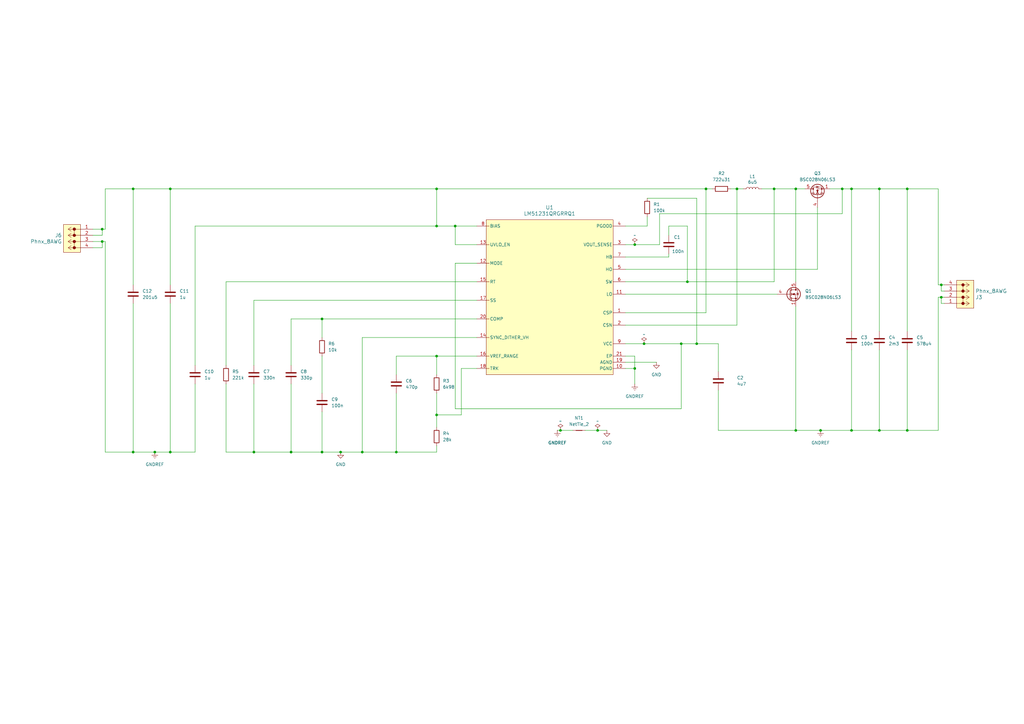
<source format=kicad_sch>
(kicad_sch (version 20231120) (generator "eeschema") (generator_version "8.0")
  (paper "A3")
  (title_block (title "Boost Converter") (rev "V1") (company "EcoCar") (comment 1 "Designed by: Nicholas semmens"))
  (lib_symbols
    (symbol "Device:C" (pin_numbers hide) (pin_names (offset 0.254))
      (property "Reference" "C" (at 0.635 2.54 0))
      (property "Value" "C" (at 0.635 -2.54 0))
      (symbol "C_0_1"
        (polyline (pts (xy -2.032 -0.762) (xy 2.032 -0.762)) (stroke (width 0.508)))
        (polyline (pts (xy -2.032 0.762) (xy 2.032 0.762)) (stroke (width 0.508)))
      )
      (symbol "C_1_1"
        (pin passive line (at 0 3.81 270) (length 2.794) (name "~") (number "1"))
        (pin passive line (at 0 -3.81 90) (length 2.794) (name "~") (number "2"))
      )
    )
    (symbol "Device:L" (pin_numbers hide) (pin_names (offset 1.016) hide)
      (property "Reference" "L" (at -1.27 0 90))
      (property "Value" "L" (at 1.905 0 90))
      (symbol "L_0_1"
        (arc (start 0 -2.54) (mid 0.6323 -1.905) (end 0 -1.27))
        (arc (start 0 -1.27) (mid 0.6323 -0.635) (end 0 0))
        (arc (start 0 0) (mid 0.6323 0.635) (end 0 1.27))
        (arc (start 0 1.27) (mid 0.6323 1.905) (end 0 2.54))
      )
      (symbol "L_1_1"
        (pin passive line (at 0 3.81 270) (length 1.27) (name "1") (number "1"))
        (pin passive line (at 0 -3.81 90) (length 1.27) (name "2") (number "2"))
      )
    )
    (symbol "Device:NetTie_2" (pin_numbers hide) (pin_names (offset 0) hide) (in_bom no)
      (property "Reference" "NT" (at 0 1.27 0))
      (property "Value" "NetTie_2" (at 0 -1.27 0))
      (symbol "NetTie_2_0_1"
        (polyline (pts (xy -1.27 0) (xy 1.27 0)) (stroke (width 0.254)))
      )
      (symbol "NetTie_2_1_1"
        (pin passive line (at -2.54 0 0) (length 2.54) (name "1") (number "1"))
        (pin passive line (at 2.54 0 180) (length 2.54) (name "2") (number "2"))
      )
    )
    (symbol "Device:R" (pin_numbers hide) (pin_names (offset 0))
      (property "Reference" "R" (at 2.032 0 90))
      (property "Value" "R" (at 0 0 90))
      (symbol "R_0_1"
        (rectangle (start -1.016 -2.54) (end 1.016 2.54) (stroke (width 0.254)))
      )
      (symbol "R_1_1"
        (pin passive line (at 0 3.81 270) (length 1.27) (name "~") (number "1"))
        (pin passive line (at 0 -3.81 90) (length 1.27) (name "~") (number "2"))
      )
    )
    (symbol "Transistor_FET:BSC028N06LS3" (pin_names hide)
      (property "Reference" "Q" (at 5.08 1.905 0))
      (property "Value" "BSC028N06LS3" (at 5.08 0 0))
      (symbol "BSC028N06LS3_0_1"
        (polyline (pts (xy 0.254 0) (xy -2.54 0)))
        (polyline (pts (xy 0.254 1.905) (xy 0.254 -1.905)) (stroke (width 0.254)))
        (polyline (pts (xy 0.762 -1.27) (xy 0.762 -2.286)) (stroke (width 0.254)))
        (polyline (pts (xy 0.762 0.508) (xy 0.762 -0.508)) (stroke (width 0.254)))
        (polyline (pts (xy 0.762 2.286) (xy 0.762 1.27)) (stroke (width 0.254)))
        (polyline (pts (xy 2.54 2.54) (xy 2.54 1.778)))
        (polyline (pts (xy 2.54 -2.54) (xy 2.54 0) (xy 0.762 0)))
        (polyline (pts (xy 0.762 -1.778) (xy 3.302 -1.778) (xy 3.302 1.778) (xy 0.762 1.778)))
        (polyline (pts (xy 1.016 0) (xy 2.032 0.381) (xy 2.032 -0.381) (xy 1.016 0)) (fill (type outline)))
        (polyline (pts (xy 2.794 0.508) (xy 2.921 0.381) (xy 3.683 0.381) (xy 3.81 0.254)))
        (polyline (pts (xy 3.302 0.381) (xy 2.921 -0.254) (xy 3.683 -0.254) (xy 3.302 0.381)))
        (circle (center 1.651 0) (radius 2.794) (stroke (width 0.254)))
        (circle (center 2.54 -1.778) (radius 0.254) (fill (type outline)))
        (circle (center 2.54 1.778) (radius 0.254) (fill (type outline)))
      )
      (symbol "BSC028N06LS3_1_1"
        (pin passive line (at 2.54 -5.08 90) (length 2.54) (name "S") (number "1"))
        (pin passive line (at 2.54 -5.08 90) (length 2.54) hide (name "S") (number "2"))
        (pin passive line (at 2.54 -5.08 90) (length 2.54) hide (name "S") (number "3"))
        (pin passive line (at -5.08 0 0) (length 2.54) (name "G") (number "4"))
        (pin passive line (at 2.54 5.08 270) (length 2.54) (name "D") (number "5"))
      )
    )
    (symbol "ecocad_lib_symbols:LM51231QRGRRQ1" (pin_names (offset 0.254))
      (property "Reference" "U" (at 5.08 6.858 0))
      (property "Value" "LM51231QRGRRQ1" (at 14.732 4.318 0))
      (symbol "LM51231QRGRRQ1_0_1"
        (pin unspecified line (at 60.96 -35.56 180) (length 5.08) (name "CSP") (number "1"))
        (pin power_in line (at 60.96 -58.42 180) (length 5.08) (name "PGND") (number "10"))
        (pin output line (at 60.96 -27.94 180) (length 5.08) (name "LO") (number "11"))
        (pin unspecified line (at 0 -15.24 0) (length 5.08) (name "MODE") (number "12"))
        (pin input line (at 0 -7.62 0) (length 5.08) (name "UVLO_EN") (number "13"))
        (pin unspecified line (at 0 -45.72 0) (length 5.08) (name "SYNC_DITHER_VH") (number "14"))
        (pin unspecified line (at 0 -22.86 0) (length 5.08) (name "RT") (number "15"))
        (pin unspecified line (at 0 -53.34 0) (length 5.08) (name "VREF_RANGE") (number "16"))
        (pin unspecified line (at 0 -30.48 0) (length 5.08) (name "SS") (number "17"))
        (pin unspecified line (at 0 -58.42 0) (length 5.08) (name "TRK") (number "18"))
        (pin power_in line (at 60.96 -55.88 180) (length 5.08) (name "AGND") (number "19"))
        (pin unspecified line (at 60.96 -40.64 180) (length 5.08) (name "CSN") (number "2"))
        (pin unspecified line (at 0 -38.1 0) (length 5.08) (name "COMP") (number "20"))
        (pin unspecified line (at 60.96 -53.34 180) (length 5.08) (name "EP") (number "21"))
        (pin power_in line (at 60.96 -7.62 180) (length 5.08) (name "VOUT_SENSE") (number "3"))
        (pin open_collector line (at 60.96 0 180) (length 5.08) (name "PGOOD") (number "4"))
        (pin output line (at 60.96 -17.78 180) (length 5.08) (name "HO") (number "5"))
        (pin unspecified line (at 60.96 -22.86 180) (length 5.08) (name "SW") (number "6"))
        (pin unspecified line (at 60.96 -12.7 180) (length 5.08) (name "HB") (number "7"))
        (pin unspecified line (at 0 0 0) (length 5.08) (name "BIAS") (number "8"))
        (pin power_in line (at 60.96 -48.26 180) (length 5.08) (name "VCC") (number "9"))
      )
      (symbol "LM51231QRGRRQ1_1_1"
        (rectangle (start 3.81 2.54) (end 55.88 -60.96) (fill (type background)))
      )
    )
    (symbol "ecocad_lib_symbols:Phnx_8AWG" (pin_names (offset 0.254))
      (property "Reference" "J3" (at 7.62 -16.51 0))
      (property "Value" "Phnx_8AWG" (at -2.032 -12.7 0))
      (symbol "Phnx_8AWG_1_1"
        (polyline (pts (xy 7.62 -5.08) (xy 7.62 -7.62)) (stroke (width 0.127)))
        (polyline (pts (xy 7.62 0) (xy 7.62 -2.54)) (stroke (width 0.127)))
        (polyline (pts (xy 10.16 -7.62) (xy 5.08 -7.62)) (stroke (width 0.127)))
        (polyline (pts (xy 10.16 -7.62) (xy 8.89 -8.4667)) (stroke (width 0.127)))
        (polyline (pts (xy 10.16 -7.62) (xy 8.89 -6.7733)) (stroke (width 0.127)))
        (polyline (pts (xy 10.16 -5.08) (xy 5.08 -5.08)) (stroke (width 0.127)))
        (polyline (pts (xy 10.16 -5.08) (xy 8.89 -5.9267)) (stroke (width 0.127)))
        (polyline (pts (xy 10.16 -5.08) (xy 8.89 -4.2333)) (stroke (width 0.127)))
        (polyline (pts (xy 10.16 -2.54) (xy 5.08 -2.54)) (stroke (width 0.127)))
        (polyline (pts (xy 10.16 -2.54) (xy 8.89 -3.3867)) (stroke (width 0.127)))
        (polyline (pts (xy 10.16 -2.54) (xy 8.89 -1.6933)) (stroke (width 0.127)))
        (polyline (pts (xy 10.16 0) (xy 5.08 0)) (stroke (width 0.127)))
        (polyline (pts (xy 10.16 0) (xy 8.89 -0.8467)) (stroke (width 0.127)))
        (polyline (pts (xy 10.16 0) (xy 8.89 0.8467)) (stroke (width 0.127)))
        (rectangle (start 5.08 1.905) (end 12.065 -9.525) (fill (type background)))
        (circle (center 7.62 -7.62) (radius 0.127) (stroke (width 0.508)))
        (circle (center 7.62 -5.08) (radius 0.127) (stroke (width 0.508)))
        (circle (center 7.62 -2.54) (radius 0.127) (stroke (width 0.508)))
        (circle (center 7.62 0) (radius 0.127) (stroke (width 0.508)))
        (pin unspecified line (at 0 0 0) (length 5.08) (name "") (number "1"))
        (pin unspecified line (at 0 -2.54 0) (length 5.08) (name "") (number "2"))
        (pin unspecified line (at 0 -5.08 0) (length 5.08) (name "") (number "3"))
        (pin unspecified line (at 0 -7.62 0) (length 5.08) (name "") (number "4"))
      )
      (symbol "Phnx_8AWG_1_2"
        (polyline (pts (xy 5.08 -10.16) (xy 12.7 -10.16)) (stroke (width 0.127)))
        (polyline (pts (xy 5.08 2.54) (xy 5.08 -10.16)) (stroke (width 0.127)))
        (polyline (pts (xy 6.35 -5.08) (xy 6.35 -7.62)) (stroke (width 0.127)))
        (polyline (pts (xy 6.35 0) (xy 6.35 -2.54)) (stroke (width 0.127)))
        (polyline (pts (xy 7.62 -7.62) (xy 5.08 -7.62)) (stroke (width 0.127)))
        (polyline (pts (xy 7.62 -7.62) (xy 8.89 -8.4667)) (stroke (width 0.127)))
        (polyline (pts (xy 7.62 -7.62) (xy 8.89 -6.7733)) (stroke (width 0.127)))
        (polyline (pts (xy 7.62 -5.08) (xy 5.08 -5.08)) (stroke (width 0.127)))
        (polyline (pts (xy 7.62 -5.08) (xy 8.89 -5.9267)) (stroke (width 0.127)))
        (polyline (pts (xy 7.62 -5.08) (xy 8.89 -4.2333)) (stroke (width 0.127)))
        (polyline (pts (xy 7.62 -2.54) (xy 5.08 -2.54)) (stroke (width 0.127)))
        (polyline (pts (xy 7.62 -2.54) (xy 8.89 -3.3867)) (stroke (width 0.127)))
        (polyline (pts (xy 7.62 -2.54) (xy 8.89 -1.6933)) (stroke (width 0.127)))
        (polyline (pts (xy 7.62 0) (xy 5.08 0)) (stroke (width 0.127)))
        (polyline (pts (xy 7.62 0) (xy 8.89 -0.8467)) (stroke (width 0.127)))
        (polyline (pts (xy 7.62 0) (xy 8.89 0.8467)) (stroke (width 0.127)))
        (polyline (pts (xy 12.7 -10.16) (xy 12.7 2.54)) (stroke (width 0.127)))
        (polyline (pts (xy 12.7 2.54) (xy 5.08 2.54)) (stroke (width 0.127)))
        (circle (center 6.35 -7.62) (radius 0.127) (stroke (width 0.508)))
        (circle (center 6.35 -5.08) (radius 0.127) (stroke (width 0.508)))
        (circle (center 6.35 -2.54) (radius 0.127) (stroke (width 0.508)))
        (circle (center 6.35 0) (radius 0.127) (stroke (width 0.508)))
        (pin unspecified line (at 0 0 0) (length 5.08) (name "1") (number "1"))
        (pin unspecified line (at 0 -2.54 0) (length 5.08) (name "2") (number "2"))
        (pin unspecified line (at 0 -5.08 0) (length 5.08) (name "3") (number "3"))
        (pin unspecified line (at 0 -7.62 0) (length 5.08) (name "4") (number "4"))
      )
    )
    (symbol "power:GND" (power) (pin_numbers hide) (pin_names (offset 0) hide)
      (property "Value" "GND" (at 0 -3.81 0))
      (symbol "GND_0_1"
        (polyline (pts (xy 0 0) (xy 0 -1.27) (xy 1.27 -1.27) (xy 0 -2.54) (xy -1.27 -1.27) (xy 0 -1.27)))
      )
      (symbol "GND_1_1"
        (pin power_in line (at 0 0 270) (length 0) (name "~") (number "1"))
      )
    )
    (symbol "power:GNDREF" (power) (pin_numbers hide) (pin_names (offset 0) hide)
      (property "Value" "GNDREF" (at 0 -3.81 0))
      (symbol "GNDREF_0_1"
        (polyline (pts (xy -0.635 -1.905) (xy 0.635 -1.905)))
        (polyline (pts (xy -0.127 -2.54) (xy 0.127 -2.54)))
        (polyline (pts (xy 0 -1.27) (xy 0 0)))
        (polyline (pts (xy 1.27 -1.27) (xy -1.27 -1.27)))
      )
      (symbol "GNDREF_1_1"
        (pin power_in line (at 0 0 270) (length 0) (name "~") (number "1"))
      )
    )
    (symbol "power:PWR_FLAG" (power) (pin_numbers hide) (pin_names (offset 0) hide)
      (property "Value" "PWR_FLAG" (at 0 3.81 0))
      (symbol "PWR_FLAG_0_0"
        (pin power_out line (at 0 0 90) (length 0) (name "~") (number "1"))
      )
      (symbol "PWR_FLAG_0_1"
        (polyline (pts (xy 0 0) (xy 0 1.27) (xy -1.016 1.905) (xy 0 2.54) (xy 1.016 1.905) (xy 0 1.27)))
      )
    )
  )
  (junction (at 245.11 176.53))
  (junction (at 119.38 185.42))
  (junction (at 41.91 93.98))
  (junction (at 179.07 170.18))
  (junction (at 148.59 185.42))
  (junction (at 349.25 176.53))
  (junction (at 179.07 77.47))
  (junction (at 264.16 140.97))
  (junction (at 260.35 100.33))
  (junction (at 285.75 140.97))
  (junction (at 326.39 77.47))
  (junction (at 386.08 116.84))
  (junction (at 360.68 176.53))
  (junction (at 302.26 77.47))
  (junction (at 41.91 99.06))
  (junction (at 69.85 185.42))
  (junction (at 372.11 77.47))
  (junction (at 360.68 77.47))
  (junction (at 281.94 115.57))
  (junction (at 289.56 77.47))
  (junction (at 349.25 77.47))
  (junction (at 345.44 77.47))
  (junction (at 372.11 176.53))
  (junction (at 326.39 176.53))
  (junction (at 132.08 130.81))
  (junction (at 179.07 146.05))
  (junction (at 132.08 185.42))
  (junction (at 186.69 92.71))
  (junction (at 260.35 151.13))
  (junction (at 54.61 77.47))
  (junction (at 54.61 185.42))
  (junction (at 279.4 140.97))
  (junction (at 104.14 185.42))
  (junction (at 386.08 121.92))
  (junction (at 179.07 92.71))
  (junction (at 63.5 185.42))
  (junction (at 162.56 185.42))
  (junction (at 317.5 77.47))
  (junction (at 229.87 176.53))
  (junction (at 336.55 176.53))
  (junction (at 139.7 185.42))
  (junction (at 69.85 77.47))
  (wire (pts (xy 179.07 161.29) (xy 179.07 170.18)))
  (wire (pts (xy 80.01 149.86) (xy 80.01 92.71)))
  (wire (pts (xy 281.94 92.71) (xy 281.94 115.57)))
  (wire (pts (xy 260.35 146.05) (xy 260.35 151.13)))
  (wire (pts (xy 186.69 100.33) (xy 186.69 92.71)))
  (wire (pts (xy 274.32 105.41) (xy 274.32 104.14)))
  (wire (pts (xy 372.11 176.53) (xy 360.68 176.53)))
  (wire (pts (xy 119.38 157.48) (xy 119.38 185.42)))
  (wire (pts (xy 41.91 99.06) (xy 43.18 99.06)))
  (wire (pts (xy 302.26 77.47) (xy 304.8 77.47)))
  (wire (pts (xy 335.28 110.49) (xy 256.54 110.49)))
  (wire (pts (xy 386.08 124.46) (xy 386.08 121.92)))
  (wire (pts (xy 265.43 81.28) (xy 285.75 81.28)))
  (wire (pts (xy 326.39 176.53) (xy 336.55 176.53)))
  (wire (pts (xy 162.56 153.67) (xy 162.56 146.05)))
  (wire (pts (xy 179.07 153.67) (xy 179.07 146.05)))
  (wire (pts (xy 349.25 176.53) (xy 336.55 176.53)))
  (wire (pts (xy 69.85 124.46) (xy 69.85 185.42)))
  (wire (pts (xy 179.07 77.47) (xy 289.56 77.47)))
  (wire (pts (xy 54.61 77.47) (xy 69.85 77.47)))
  (wire (pts (xy 264.16 140.97) (xy 279.4 140.97)))
  (wire (pts (xy 384.81 77.47) (xy 384.81 116.84)))
  (wire (pts (xy 387.35 124.46) (xy 386.08 124.46)))
  (wire (pts (xy 260.35 151.13) (xy 260.35 157.48)))
  (wire (pts (xy 256.54 148.59) (xy 269.24 148.59)))
  (wire (pts (xy 256.54 92.71) (xy 265.43 92.71)))
  (wire (pts (xy 340.36 77.47) (xy 345.44 77.47)))
  (wire (pts (xy 54.61 124.46) (xy 54.61 185.42)))
  (wire (pts (xy 260.35 100.33) (xy 270.51 100.33)))
  (wire (pts (xy 43.18 93.98) (xy 43.18 77.47)))
  (wire (pts (xy 387.35 121.92) (xy 386.08 121.92)))
  (wire (pts (xy 256.54 151.13) (xy 260.35 151.13)))
  (wire (pts (xy 279.4 167.64) (xy 279.4 140.97)))
  (wire (pts (xy 41.91 99.06) (xy 41.91 101.6)))
  (wire (pts (xy 38.1 99.06) (xy 41.91 99.06)))
  (wire (pts (xy 326.39 77.47) (xy 330.2 77.47)))
  (wire (pts (xy 256.54 133.35) (xy 302.26 133.35)))
  (wire (pts (xy 43.18 99.06) (xy 43.18 185.42)))
  (wire (pts (xy 162.56 185.42) (xy 179.07 185.42)))
  (wire (pts (xy 386.08 119.38) (xy 386.08 116.84)))
  (wire (pts (xy 139.7 185.42) (xy 148.59 185.42)))
  (wire (pts (xy 69.85 116.84) (xy 69.85 77.47)))
  (wire (pts (xy 104.14 157.48) (xy 104.14 185.42)))
  (wire (pts (xy 289.56 128.27) (xy 256.54 128.27)))
  (wire (pts (xy 256.54 105.41) (xy 274.32 105.41)))
  (wire (pts (xy 294.64 176.53) (xy 294.64 160.02)))
  (wire (pts (xy 245.11 176.53) (xy 248.92 176.53)))
  (wire (pts (xy 186.69 167.64) (xy 279.4 167.64)))
  (wire (pts (xy 285.75 140.97) (xy 294.64 140.97)))
  (wire (pts (xy 119.38 185.42) (xy 132.08 185.42)))
  (wire (pts (xy 162.56 146.05) (xy 179.07 146.05)))
  (wire (pts (xy 281.94 115.57) (xy 317.5 115.57)))
  (wire (pts (xy 285.75 81.28) (xy 285.75 140.97)))
  (wire (pts (xy 104.14 149.86) (xy 104.14 123.19)))
  (wire (pts (xy 162.56 161.29) (xy 162.56 185.42)))
  (wire (pts (xy 372.11 77.47) (xy 372.11 135.89)))
  (wire (pts (xy 63.5 185.42) (xy 69.85 185.42)))
  (wire (pts (xy 384.81 121.92) (xy 384.81 176.53)))
  (wire (pts (xy 92.71 149.86) (xy 92.71 115.57)))
  (wire (pts (xy 228.6 176.53) (xy 229.87 176.53)))
  (wire (pts (xy 179.07 77.47) (xy 179.07 92.71)))
  (wire (pts (xy 132.08 146.05) (xy 132.08 161.29)))
  (wire (pts (xy 38.1 93.98) (xy 41.91 93.98)))
  (wire (pts (xy 360.68 176.53) (xy 349.25 176.53)))
  (wire (pts (xy 132.08 130.81) (xy 195.58 130.81)))
  (wire (pts (xy 92.71 115.57) (xy 195.58 115.57)))
  (wire (pts (xy 294.64 176.53) (xy 326.39 176.53)))
  (wire (pts (xy 119.38 130.81) (xy 132.08 130.81)))
  (wire (pts (xy 256.54 120.65) (xy 318.77 120.65)))
  (wire (pts (xy 43.18 185.42) (xy 54.61 185.42)))
  (wire (pts (xy 38.1 96.52) (xy 41.91 96.52)))
  (wire (pts (xy 360.68 77.47) (xy 360.68 135.89)))
  (wire (pts (xy 265.43 92.71) (xy 265.43 88.9)))
  (wire (pts (xy 179.07 185.42) (xy 179.07 182.88)))
  (wire (pts (xy 43.18 77.47) (xy 54.61 77.47)))
  (wire (pts (xy 274.32 92.71) (xy 281.94 92.71)))
  (wire (pts (xy 335.28 85.09) (xy 335.28 110.49)))
  (wire (pts (xy 189.23 151.13) (xy 189.23 170.18)))
  (wire (pts (xy 349.25 77.47) (xy 360.68 77.47)))
  (wire (pts (xy 372.11 176.53) (xy 384.81 176.53)))
  (wire (pts (xy 349.25 77.47) (xy 349.25 135.89)))
  (wire (pts (xy 189.23 170.18) (xy 179.07 170.18)))
  (wire (pts (xy 289.56 77.47) (xy 289.56 128.27)))
  (wire (pts (xy 69.85 185.42) (xy 80.01 185.42)))
  (wire (pts (xy 240.03 176.53) (xy 245.11 176.53)))
  (wire (pts (xy 360.68 143.51) (xy 360.68 176.53)))
  (wire (pts (xy 195.58 138.43) (xy 148.59 138.43)))
  (wire (pts (xy 387.35 119.38) (xy 386.08 119.38)))
  (wire (pts (xy 54.61 116.84) (xy 54.61 77.47)))
  (wire (pts (xy 179.07 146.05) (xy 195.58 146.05)))
  (wire (pts (xy 372.11 77.47) (xy 384.81 77.47)))
  (wire (pts (xy 80.01 157.48) (xy 80.01 185.42)))
  (wire (pts (xy 104.14 123.19) (xy 195.58 123.19)))
  (wire (pts (xy 256.54 100.33) (xy 260.35 100.33)))
  (wire (pts (xy 119.38 149.86) (xy 119.38 130.81)))
  (wire (pts (xy 186.69 107.95) (xy 186.69 167.64)))
  (wire (pts (xy 54.61 185.42) (xy 63.5 185.42)))
  (wire (pts (xy 256.54 146.05) (xy 260.35 146.05)))
  (wire (pts (xy 279.4 140.97) (xy 285.75 140.97)))
  (wire (pts (xy 270.51 87.63) (xy 345.44 87.63)))
  (wire (pts (xy 317.5 77.47) (xy 317.5 115.57)))
  (wire (pts (xy 229.87 176.53) (xy 234.95 176.53)))
  (wire (pts (xy 256.54 140.97) (xy 264.16 140.97)))
  (wire (pts (xy 345.44 87.63) (xy 345.44 77.47)))
  (wire (pts (xy 256.54 115.57) (xy 281.94 115.57)))
  (wire (pts (xy 302.26 133.35) (xy 302.26 77.47)))
  (wire (pts (xy 92.71 185.42) (xy 104.14 185.42)))
  (wire (pts (xy 186.69 92.71) (xy 195.58 92.71)))
  (wire (pts (xy 326.39 125.73) (xy 326.39 176.53)))
  (wire (pts (xy 292.1 77.47) (xy 289.56 77.47)))
  (wire (pts (xy 274.32 96.52) (xy 274.32 92.71)))
  (wire (pts (xy 317.5 77.47) (xy 326.39 77.47)))
  (wire (pts (xy 132.08 130.81) (xy 132.08 138.43)))
  (wire (pts (xy 179.07 170.18) (xy 179.07 175.26)))
  (wire (pts (xy 148.59 138.43) (xy 148.59 185.42)))
  (wire (pts (xy 148.59 185.42) (xy 162.56 185.42)))
  (wire (pts (xy 38.1 101.6) (xy 41.91 101.6)))
  (wire (pts (xy 360.68 77.47) (xy 372.11 77.47)))
  (wire (pts (xy 132.08 185.42) (xy 139.7 185.42)))
  (wire (pts (xy 372.11 143.51) (xy 372.11 176.53)))
  (wire (pts (xy 195.58 107.95) (xy 186.69 107.95)))
  (wire (pts (xy 386.08 116.84) (xy 387.35 116.84)))
  (wire (pts (xy 195.58 100.33) (xy 186.69 100.33)))
  (wire (pts (xy 384.81 116.84) (xy 386.08 116.84)))
  (wire (pts (xy 132.08 168.91) (xy 132.08 185.42)))
  (wire (pts (xy 195.58 151.13) (xy 189.23 151.13)))
  (wire (pts (xy 326.39 77.47) (xy 326.39 115.57)))
  (wire (pts (xy 299.72 77.47) (xy 302.26 77.47)))
  (wire (pts (xy 345.44 77.47) (xy 349.25 77.47)))
  (wire (pts (xy 179.07 92.71) (xy 186.69 92.71)))
  (wire (pts (xy 386.08 121.92) (xy 384.81 121.92)))
  (wire (pts (xy 349.25 143.51) (xy 349.25 176.53)))
  (wire (pts (xy 312.42 77.47) (xy 317.5 77.47)))
  (wire (pts (xy 41.91 93.98) (xy 43.18 93.98)))
  (wire (pts (xy 69.85 77.47) (xy 179.07 77.47)))
  (wire (pts (xy 294.64 140.97) (xy 294.64 152.4)))
  (wire (pts (xy 92.71 157.48) (xy 92.71 185.42)))
  (wire (pts (xy 104.14 185.42) (xy 119.38 185.42)))
  (wire (pts (xy 80.01 92.71) (xy 179.07 92.71)))
  (wire (pts (xy 41.91 96.52) (xy 41.91 93.98)))
  (wire (pts (xy 270.51 100.33) (xy 270.51 87.63)))
  (symbol (lib_id "Device:C") (at 69.85 120.65 0) (unit 1)
    (property "Reference" "C11" (at 73.66 119.3799 0) (effects (justify left)))
    (property "Value" "1u" (at 73.66 121.9199 0) (effects (justify left)))
    (property "Footprint" "Capacitor_SMD:C_0402_1005Metric" (effects (hide yes)))
    (property "Description" "Unpolarized capacitor" (effects (hide yes)))
    (property "DK Part #" "490-GRM155R61H105KE05DTR-ND" (effects (hide yes)))
  )
  (symbol (lib_id "power:GND") (at 269.24 148.59 0) (unit 1)
    (property "Reference" "#PWR02" (effects (hide yes)))
    (property "Value" "GND" (at 269.24 153.67 0))
    (property "Description" "Power symbol creates a global label with name \"GND\" , ground" (effects (hide yes)))
  )
  (symbol (lib_id "ecocad_lib_symbols:Phnx_8AWG") (at 387.35 124.46 0) (mirror x) (unit 1)
    (property "Reference" "J3" (at 400.05 121.9201 0) (effects (font (size 1.524 1.524)) (justify left)))
    (property "Value" "Phnx_8AWG" (at 400.05 119.3801 0) (effects (font (size 1.524 1.524)) (justify left)))
    (property "Footprint" "ecocad_lib_footprints:CONN_VP0265x4xxxxG_AMP" (effects (hide yes)))
    (property "Datasheet" "https://mm.digikey.com/Volume0/opasdata/d220001/medias/docus/3772/8VP0003.pdf" (effects (hide yes)))
    (property "Part#" "VP0265540000G-ND" (effects (hide yes)))
  )
  (symbol (lib_id "Transistor_FET:BSC028N06LS3") (at 335.28 80.01 90) (unit 1)
    (property "Reference" "Q3" (at 335.28 71.12 90))
    (property "Value" "BSC028N06LS3" (at 335.28 73.66 90))
    (property "Footprint" "Package_TO_SOT_SMD:TDSON-8-1" (effects (hide yes)))
    (property "Datasheet" "http://www.infineon.com/dgdl/Infineon-BSC028N06LS3-DS-v02_02-en.pdf?fileId=db3a30431ddc9372011ebafa4c607f8c" (effects (hide yes)))
    (property "Description" "100A Id, 60V Vds, OptiMOS N-Channel Power MOSFET, 2.8mOhm Ron, Qg (typ) 31.0nC, PG-TDSON-8" (effects (hide yes)))
  )
  (symbol (lib_id "Device:R") (at 179.07 179.07 0) (unit 1)
    (property "Reference" "R4" (at 181.61 177.7999 0) (effects (justify left)))
    (property "Value" "28k" (at 181.61 180.3399 0) (effects (justify left)))
    (property "Footprint" "Resistor_SMD:R_0402_1005Metric" (effects (hide yes)))
    (property "Description" "Resistor" (effects (hide yes)))
    (property "DK Part #" "541-28.0KLTR-ND" (effects (hide yes)))
  )
  (symbol (lib_id "Device:C") (at 119.38 153.67 0) (unit 1)
    (property "Reference" "C8" (at 123.19 152.3999 0) (effects (justify left)))
    (property "Value" "330p" (at 123.19 154.9399 0) (effects (justify left)))
    (property "Footprint" "Capacitor_SMD:C_0805_2012Metric" (effects (hide yes)))
    (property "Datasheet" "https://connect.kemet.com:7667/gateway/IntelliData-ComponentDocumentation/1.0/download/datasheet/C0805C331J5GACTU" (effects (hide yes)))
    (property "Description" "Unpolarized capacitor" (effects (hide yes)))
    (property "DK Part #" "399-C0805C331J5GAC7800TR-ND" (effects (hide yes)))
  )
  (symbol (lib_id "Device:R") (at 295.91 77.47 90) (unit 1)
    (property "Reference" "R2" (at 295.91 71.12 90))
    (property "Value" "722u31" (at 295.91 73.66 90))
    (property "Footprint" "ecocad_lib_footprints:CSS2H3920RL700F" (effects (hide yes)))
    (property "Description" "Resistor" (effects (hide yes)))
    (property "DK Part #" "CSS2H-3920R-L700F" (effects (hide yes)))
  )
  (symbol (lib_id "Device:C") (at 360.68 139.7 0) (unit 1)
    (property "Reference" "C4" (at 364.49 138.4299 0) (effects (justify left)))
    (property "Value" "2m3" (at 364.49 140.9699 0) (effects (justify left)))
    (property "Footprint" "Capacitor_THT:CP_Radial_D18.0mm_P7.50mm" (effects (hide yes)))
    (property "Description" "Unpolarized capacitor" (effects (hide yes)))
    (property "DK Part #" "493-12411-ND" (effects (hide yes)))
  )
  (symbol (lib_id "Device:L") (at 308.61 77.47 90) (unit 1)
    (property "Reference" "L1" (at 308.61 72.39 90))
    (property "Value" "6u5" (at 308.61 74.676 90))
    (property "Footprint" "ecocad_lib_footprints:L_Bourns_SRR1208_12.7x12.7mm" (effects (hide yes)))
    (property "Datasheet" "https://www.bourns.com/docs/Product-Datasheets/SRR1208.pdf" (effects (hide yes)))
    (property "Description" "Inductor" (effects (hide yes)))
    (property "DK Part #" "SRR1208-6R5MLTR-ND" (effects (hide yes)))
  )
  (symbol (lib_id "Device:C") (at 372.11 139.7 0) (unit 1)
    (property "Reference" "C5" (at 375.92 138.4299 0) (effects (justify left)))
    (property "Value" "578u4" (at 375.92 140.9699 0) (effects (justify left)))
    (property "Footprint" "ecocad_lib_footprints:CAPPRD500W85D1250H3700" (effects (hide yes)))
    (property "Description" "Unpolarized capacitor" (effects (hide yes)))
    (property "DK Part #" "PCE5218-ND" (effects (hide yes)))
  )
  (symbol (lib_id "power:GNDREF") (at 336.55 176.53 0) (unit 1)
    (property "Reference" "#PWR03" (effects (hide yes)))
    (property "Value" "GNDREF" (at 336.55 181.61 0))
    (property "Description" "Power symbol creates a global label with name \"GNDREF\" , reference supply ground" (effects (hide yes)))
  )
  (symbol (lib_id "Device:C") (at 274.32 100.33 0) (unit 1)
    (property "Reference" "C1" (at 276.352 97.282 0) (effects (justify left)))
    (property "Value" "100n" (at 275.59 103.124 0) (effects (justify left)))
    (property "Footprint" "Capacitor_SMD:C_0402_1005Metric" (effects (hide yes)))
    (property "Datasheet" "https://search.murata.co.jp/Ceramy/image/img/A01X/G101/ENG/GRM155R71A104KA01-01.pdf" (effects (hide yes)))
    (property "Description" "Unpolarized capacitor" (effects (hide yes)))
    (property "DK Part #" "490-6321-2-ND" (effects (hide yes)))
  )
  (symbol (lib_id "power:PWR_FLAG") (at 260.35 100.33 0) (unit 1)
    (property "Reference" "#FLG04" (effects (hide yes)))
    (property "Value" "~" (at 260.35 96.52 0))
    (property "Description" "Special symbol for telling ERC where power comes from" (effects (hide yes)))
  )
  (symbol (lib_id "ecocad_lib_symbols:LM51231QRGRRQ1") (at 195.58 92.71 0) (unit 1)
    (property "Reference" "U1" (at 225.425 85.09 0) (effects (font (size 1.524 1.524))))
    (property "Value" "LM51231QRGRRQ1" (at 225.425 87.63 0) (effects (font (size 1.524 1.524))))
    (property "Footprint" "ecocad_lib_footprints:RGR0020C-MFG" (effects (hide yes)))
    (property "Datasheet" "LM51231QRGRRQ1" (effects (hide yes)))
  )
  (symbol (lib_id "ecocad_lib_symbols:Phnx_8AWG") (at 38.1 93.98 0) (mirror y) (unit 1)
    (property "Reference" "J6" (at 25.4 96.5199 0) (effects (font (size 1.524 1.524)) (justify left)))
    (property "Value" "Phnx_8AWG" (at 25.4 99.0599 0) (effects (font (size 1.524 1.524)) (justify left)))
    (property "Footprint" "ecocad_lib_footprints:CONN_VP0265x4xxxxG_AMP" (effects (hide yes)))
    (property "Datasheet" "https://mm.digikey.com/Volume0/opasdata/d220001/medias/docus/3772/8VP0003.pdf" (effects (hide yes)))
    (property "Part#" "VP0265540000G-ND" (effects (hide yes)))
  )
  (symbol (lib_id "power:PWR_FLAG") (at 229.87 176.53 0) (unit 1)
    (property "Reference" "#FLG01" (effects (hide yes)))
    (property "Value" "~" (at 229.87 172.72 0))
    (property "Description" "Special symbol for telling ERC where power comes from" (effects (hide yes)))
  )
  (symbol (lib_id "Device:C") (at 132.08 165.1 0) (unit 1)
    (property "Reference" "C9" (at 135.89 163.8299 0) (effects (justify left)))
    (property "Value" "100n" (at 135.89 166.3699 0) (effects (justify left)))
    (property "Footprint" "Capacitor_SMD:C_0402_1005Metric" (effects (hide yes)))
    (property "Datasheet" "https://search.murata.co.jp/Ceramy/image/img/A01X/G101/ENG/GRM155R70J104KA01-01.pdf" (effects (hide yes)))
    (property "Description" "Unpolarized capacitor" (effects (hide yes)))
    (property "DK Part #" "490-6319-2-ND" (effects (hide yes)))
  )
  (symbol (lib_id "Device:R") (at 132.08 142.24 0) (unit 1)
    (property "Reference" "R6" (at 134.62 140.9699 0) (effects (justify left)))
    (property "Value" "10k" (at 134.62 143.5099 0) (effects (justify left)))
    (property "Footprint" "Resistor_SMD:R_0201_0603Metric" (effects (hide yes)))
    (property "Description" "Resistor" (effects (hide yes)))
    (property "DK Part #" "311-10.0KMTR-ND" (effects (hide yes)))
  )
  (symbol (lib_id "power:GND") (at 139.7 185.42 0) (unit 1)
    (property "Reference" "#PWR06" (effects (hide yes)))
    (property "Value" "GND" (at 139.7 190.5 0))
    (property "Description" "Power symbol creates a global label with name \"GND\" , ground" (effects (hide yes)))
  )
  (symbol (lib_id "power:GNDREF") (at 228.6 176.53 0) (unit 1)
    (property "Reference" "#PWR04" (effects (hide yes)))
    (property "Value" "GNDREF" (at 228.6 181.61 0))
    (property "Description" "Power symbol creates a global label with name \"GNDREF\" , reference supply ground" (effects (hide yes)))
  )
  (symbol (lib_id "Device:C") (at 162.56 157.48 0) (unit 1)
    (property "Reference" "C6" (at 166.37 156.2099 0) (effects (justify left)))
    (property "Value" "470p" (at 166.37 158.7499 0) (effects (justify left)))
    (property "Footprint" "Capacitor_SMD:C_0402_1005Metric" (effects (hide yes)))
    (property "Datasheet" "https://search.murata.co.jp/Ceramy/image/img/A01X/G101/ENG/GRM1555C1E471JA01-01.pdf" (effects (hide yes)))
    (property "Description" "Unpolarized capacitor" (effects (hide yes)))
    (property "DK Part #" "490-6180-2-ND" (effects (hide yes)))
  )
  (symbol (lib_id "power:GND") (at 248.92 176.53 0) (unit 1)
    (property "Reference" "#PWR05" (effects (hide yes)))
    (property "Value" "GND" (at 248.92 181.61 0))
    (property "Description" "Power symbol creates a global label with name \"GND\" , ground" (effects (hide yes)))
  )
  (symbol (lib_id "Device:R") (at 179.07 157.48 0) (unit 1)
    (property "Reference" "R3" (at 181.61 156.2099 0) (effects (justify left)))
    (property "Value" "6k98" (at 181.61 158.7499 0) (effects (justify left)))
    (property "Footprint" "Resistor_SMD:R_0402_1005Metric" (effects (hide yes)))
    (property "Description" "Resistor" (effects (hide yes)))
    (property "DK Part #" "541-6.98KLTR-ND" (effects (hide yes)))
  )
  (symbol (lib_id "power:PWR_FLAG") (at 264.16 140.97 0) (unit 1)
    (property "Reference" "#FLG03" (effects (hide yes)))
    (property "Value" "~" (at 264.16 137.16 0))
    (property "Description" "Special symbol for telling ERC where power comes from" (effects (hide yes)))
  )
  (symbol (lib_id "Device:C") (at 54.61 120.65 0) (unit 1)
    (property "Reference" "C12" (at 58.42 119.3799 0) (effects (justify left)))
    (property "Value" "201u5" (at 58.42 121.9199 0) (effects (justify left)))
    (property "Footprint" "ecocad_lib_footprints:CAP_EEE1HA221P" (effects (hide yes)))
    (property "Datasheet" "https://mm.digikey.com/Volume0/opasdata/d220001/medias/docus/2172/S_Series%2CType_V_Rev2018.pdf" (effects (hide yes)))
    (property "Description" "Unpolarized capacitor" (effects (hide yes)))
    (property "DK Part #" "PCE3921TR-ND" (effects (hide yes)))
  )
  (symbol (lib_id "power:PWR_FLAG") (at 245.11 176.53 0) (unit 1)
    (property "Reference" "#FLG02" (effects (hide yes)))
    (property "Value" "~" (at 245.11 172.72 0))
    (property "Description" "Special symbol for telling ERC where power comes from" (effects (hide yes)))
  )
  (symbol (lib_id "Device:C") (at 80.01 153.67 0) (unit 1)
    (property "Reference" "C10" (at 83.82 152.3999 0) (effects (justify left)))
    (property "Value" "1u" (at 83.82 154.9399 0) (effects (justify left)))
    (property "Footprint" "Capacitor_SMD:C_0603_1608Metric" (effects (hide yes)))
    (property "Datasheet" "https://connect.kemet.com:7667/gateway/IntelliData-ComponentDocumentation/1.0/download/datasheet/C0603C105K8PACTU" (effects (hide yes)))
    (property "Description" "Unpolarized capacitor" (effects (hide yes)))
    (property "DK Part #" "399-C0603C105K8PAC7867TR-ND" (effects (hide yes)))
  )
  (symbol (lib_id "power:GNDREF") (at 63.5 185.42 0) (unit 1)
    (property "Reference" "#PWR07" (effects (hide yes)))
    (property "Value" "GNDREF" (at 63.5 190.5 0))
    (property "Description" "Power symbol creates a global label with name \"GNDREF\" , reference supply ground" (effects (hide yes)))
  )
  (symbol (lib_id "Device:NetTie_2") (at 237.49 176.53 0) (unit 1) (in_bom no)
    (property "Reference" "NT1" (at 237.49 171.45 0))
    (property "Value" "NetTie_2" (at 237.49 173.99 0))
    (property "Description" "Net tie, 2 pins" (effects (hide yes)))
  )
  (symbol (lib_id "power:GNDREF") (at 260.35 157.48 0) (unit 1)
    (property "Reference" "#PWR01" (effects (hide yes)))
    (property "Value" "GNDREF" (at 260.35 162.56 0))
    (property "Description" "Power symbol creates a global label with name \"GNDREF\" , reference supply ground" (effects (hide yes)))
  )
  (symbol (lib_id "Transistor_FET:BSC028N06LS3") (at 323.85 120.65 0) (unit 1)
    (property "Reference" "Q1" (at 330.2 119.3799 0) (effects (justify left)))
    (property "Value" "BSC028N06LS3" (at 330.2 121.9199 0) (effects (justify left)))
    (property "Footprint" "Package_TO_SOT_SMD:TDSON-8-1" (effects (hide yes)))
    (property "Datasheet" "http://www.infineon.com/dgdl/Infineon-BSC028N06LS3-DS-v02_02-en.pdf?fileId=db3a30431ddc9372011ebafa4c607f8c" (effects (hide yes)))
    (property "Description" "100A Id, 60V Vds, OptiMOS N-Channel Power MOSFET, 2.8mOhm Ron, Qg (typ) 31.0nC, PG-TDSON-8" (effects (hide yes)))
  )
  (symbol (lib_id "Device:C") (at 104.14 153.67 0) (unit 1)
    (property "Reference" "C7" (at 107.95 152.3999 0) (effects (justify left)))
    (property "Value" "330n" (at 107.95 154.9399 0) (effects (justify left)))
    (property "Footprint" "Capacitor_SMD:C_0603_1608Metric" (effects (hide yes)))
    (property "Datasheet" "https://connect.kemet.com:7667/gateway/IntelliData-ComponentDocumentation/1.0/download/datasheet/C0603C334K8RACTU" (effects (hide yes)))
    (property "Description" "Unpolarized capacitor" (effects (hide yes)))
    (property "DK Part #" "399-C0603C334K8RAC7867TR-ND" (effects (hide yes)))
  )
  (symbol (lib_id "Device:C") (at 349.25 139.7 0) (unit 1)
    (property "Reference" "C3" (at 353.06 138.4299 0) (effects (justify left)))
    (property "Value" "100n" (at 353.06 140.9699 0) (effects (justify left)))
    (property "Footprint" "Capacitor_SMD:C_0402_1005Metric" (effects (hide yes)))
    (property "Datasheet" "https://search.murata.co.jp/Ceramy/image/img/A01X/G101/ENG/GRM155R71A104KA01-01.pdf" (effects (hide yes)))
    (property "Description" "Unpolarized capacitor" (effects (hide yes)))
    (property "DK Part #" "490-6321-2-ND" (effects (hide yes)))
  )
  (symbol (lib_id "Device:R") (at 265.43 85.09 0) (unit 1)
    (property "Reference" "R1" (at 267.97 83.8199 0) (effects (justify left)))
    (property "Value" "100k" (at 267.97 86.3599 0) (effects (justify left)))
    (property "Footprint" "Resistor_SMD:R_0603_1608Metric" (effects (hide yes)))
    (property "Description" "Resistor" (effects (hide yes)))
    (property "DK Part #" "541-100KHTR-ND" (effects (hide yes)))
  )
  (symbol (lib_id "Device:R") (at 92.71 153.67 0) (unit 1)
    (property "Reference" "R5" (at 95.25 152.3999 0) (effects (justify left)))
    (property "Value" "221k" (at 95.25 154.9399 0) (effects (justify left)))
    (property "Footprint" "Resistor_SMD:R_0603_1608Metric" (effects (hide yes)))
    (property "Description" "Resistor" (effects (hide yes)))
    (property "DK Part #" "541-221KHTR-ND" (effects (hide yes)))
  )
  (symbol (lib_id "Device:C") (at 294.64 156.21 0) (unit 1)
    (property "Reference" "C2" (at 302.26 154.9399 0) (effects (justify left)))
    (property "Value" "4u7" (at 302.26 157.4799 0) (effects (justify left)))
    (property "Footprint" "Capacitor_SMD:C_0402_1005Metric" (effects (hide yes)))
    (property "Datasheet" "https://product.tdk.com/system/files/dam/doc/product/capacitor/ceramic/mlcc/catalog/mlcc_commercial_general_en.pdf" (effects (hide yes)))
    (property "Description" "Unpolarized capacitor" (effects (hide yes)))
    (property "DK Part #" "445-13820-2-ND" (effects (hide yes)))
  )
)
</source>
